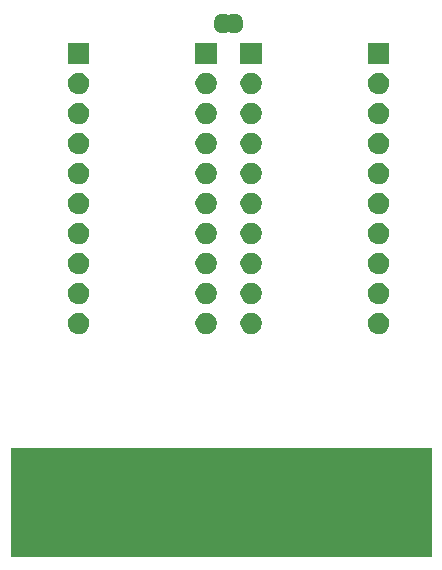
<source format=gbr>
G04 #@! TF.GenerationSoftware,KiCad,Pcbnew,(5.1.5)-3*
G04 #@! TF.CreationDate,2020-01-25T19:38:27+03:00*
G04 #@! TF.ProjectId,Sharp PC-1600 MemCard,53686172-7020-4504-932d-31363030204d,rev?*
G04 #@! TF.SameCoordinates,Original*
G04 #@! TF.FileFunction,Soldermask,Top*
G04 #@! TF.FilePolarity,Negative*
%FSLAX46Y46*%
G04 Gerber Fmt 4.6, Leading zero omitted, Abs format (unit mm)*
G04 Created by KiCad (PCBNEW (5.1.5)-3) date 2020-01-25 19:38:27*
%MOMM*%
%LPD*%
G04 APERTURE LIST*
%ADD10C,0.100000*%
G04 APERTURE END LIST*
D10*
G36*
X165100000Y-109220000D02*
G01*
X129540000Y-109220000D01*
X129540000Y-100076000D01*
X165100000Y-100076000D01*
X165100000Y-109220000D01*
G37*
X165100000Y-109220000D02*
X129540000Y-109220000D01*
X129540000Y-100076000D01*
X165100000Y-100076000D01*
X165100000Y-109220000D01*
G36*
X160768512Y-88638927D02*
G01*
X160917812Y-88668624D01*
X161081784Y-88736544D01*
X161229354Y-88835147D01*
X161354853Y-88960646D01*
X161453456Y-89108216D01*
X161521376Y-89272188D01*
X161556000Y-89446259D01*
X161556000Y-89623741D01*
X161521376Y-89797812D01*
X161453456Y-89961784D01*
X161354853Y-90109354D01*
X161229354Y-90234853D01*
X161081784Y-90333456D01*
X160917812Y-90401376D01*
X160768512Y-90431073D01*
X160743742Y-90436000D01*
X160566258Y-90436000D01*
X160541488Y-90431073D01*
X160392188Y-90401376D01*
X160228216Y-90333456D01*
X160080646Y-90234853D01*
X159955147Y-90109354D01*
X159856544Y-89961784D01*
X159788624Y-89797812D01*
X159754000Y-89623741D01*
X159754000Y-89446259D01*
X159788624Y-89272188D01*
X159856544Y-89108216D01*
X159955147Y-88960646D01*
X160080646Y-88835147D01*
X160228216Y-88736544D01*
X160392188Y-88668624D01*
X160541488Y-88638927D01*
X160566258Y-88634000D01*
X160743742Y-88634000D01*
X160768512Y-88638927D01*
G37*
G36*
X149973512Y-88638927D02*
G01*
X150122812Y-88668624D01*
X150286784Y-88736544D01*
X150434354Y-88835147D01*
X150559853Y-88960646D01*
X150658456Y-89108216D01*
X150726376Y-89272188D01*
X150761000Y-89446259D01*
X150761000Y-89623741D01*
X150726376Y-89797812D01*
X150658456Y-89961784D01*
X150559853Y-90109354D01*
X150434354Y-90234853D01*
X150286784Y-90333456D01*
X150122812Y-90401376D01*
X149973512Y-90431073D01*
X149948742Y-90436000D01*
X149771258Y-90436000D01*
X149746488Y-90431073D01*
X149597188Y-90401376D01*
X149433216Y-90333456D01*
X149285646Y-90234853D01*
X149160147Y-90109354D01*
X149061544Y-89961784D01*
X148993624Y-89797812D01*
X148959000Y-89623741D01*
X148959000Y-89446259D01*
X148993624Y-89272188D01*
X149061544Y-89108216D01*
X149160147Y-88960646D01*
X149285646Y-88835147D01*
X149433216Y-88736544D01*
X149597188Y-88668624D01*
X149746488Y-88638927D01*
X149771258Y-88634000D01*
X149948742Y-88634000D01*
X149973512Y-88638927D01*
G37*
G36*
X146163512Y-88638927D02*
G01*
X146312812Y-88668624D01*
X146476784Y-88736544D01*
X146624354Y-88835147D01*
X146749853Y-88960646D01*
X146848456Y-89108216D01*
X146916376Y-89272188D01*
X146951000Y-89446259D01*
X146951000Y-89623741D01*
X146916376Y-89797812D01*
X146848456Y-89961784D01*
X146749853Y-90109354D01*
X146624354Y-90234853D01*
X146476784Y-90333456D01*
X146312812Y-90401376D01*
X146163512Y-90431073D01*
X146138742Y-90436000D01*
X145961258Y-90436000D01*
X145936488Y-90431073D01*
X145787188Y-90401376D01*
X145623216Y-90333456D01*
X145475646Y-90234853D01*
X145350147Y-90109354D01*
X145251544Y-89961784D01*
X145183624Y-89797812D01*
X145149000Y-89623741D01*
X145149000Y-89446259D01*
X145183624Y-89272188D01*
X145251544Y-89108216D01*
X145350147Y-88960646D01*
X145475646Y-88835147D01*
X145623216Y-88736544D01*
X145787188Y-88668624D01*
X145936488Y-88638927D01*
X145961258Y-88634000D01*
X146138742Y-88634000D01*
X146163512Y-88638927D01*
G37*
G36*
X135368512Y-88638927D02*
G01*
X135517812Y-88668624D01*
X135681784Y-88736544D01*
X135829354Y-88835147D01*
X135954853Y-88960646D01*
X136053456Y-89108216D01*
X136121376Y-89272188D01*
X136156000Y-89446259D01*
X136156000Y-89623741D01*
X136121376Y-89797812D01*
X136053456Y-89961784D01*
X135954853Y-90109354D01*
X135829354Y-90234853D01*
X135681784Y-90333456D01*
X135517812Y-90401376D01*
X135368512Y-90431073D01*
X135343742Y-90436000D01*
X135166258Y-90436000D01*
X135141488Y-90431073D01*
X134992188Y-90401376D01*
X134828216Y-90333456D01*
X134680646Y-90234853D01*
X134555147Y-90109354D01*
X134456544Y-89961784D01*
X134388624Y-89797812D01*
X134354000Y-89623741D01*
X134354000Y-89446259D01*
X134388624Y-89272188D01*
X134456544Y-89108216D01*
X134555147Y-88960646D01*
X134680646Y-88835147D01*
X134828216Y-88736544D01*
X134992188Y-88668624D01*
X135141488Y-88638927D01*
X135166258Y-88634000D01*
X135343742Y-88634000D01*
X135368512Y-88638927D01*
G37*
G36*
X146163512Y-86098927D02*
G01*
X146312812Y-86128624D01*
X146476784Y-86196544D01*
X146624354Y-86295147D01*
X146749853Y-86420646D01*
X146848456Y-86568216D01*
X146916376Y-86732188D01*
X146951000Y-86906259D01*
X146951000Y-87083741D01*
X146916376Y-87257812D01*
X146848456Y-87421784D01*
X146749853Y-87569354D01*
X146624354Y-87694853D01*
X146476784Y-87793456D01*
X146312812Y-87861376D01*
X146163512Y-87891073D01*
X146138742Y-87896000D01*
X145961258Y-87896000D01*
X145936488Y-87891073D01*
X145787188Y-87861376D01*
X145623216Y-87793456D01*
X145475646Y-87694853D01*
X145350147Y-87569354D01*
X145251544Y-87421784D01*
X145183624Y-87257812D01*
X145149000Y-87083741D01*
X145149000Y-86906259D01*
X145183624Y-86732188D01*
X145251544Y-86568216D01*
X145350147Y-86420646D01*
X145475646Y-86295147D01*
X145623216Y-86196544D01*
X145787188Y-86128624D01*
X145936488Y-86098927D01*
X145961258Y-86094000D01*
X146138742Y-86094000D01*
X146163512Y-86098927D01*
G37*
G36*
X160768512Y-86098927D02*
G01*
X160917812Y-86128624D01*
X161081784Y-86196544D01*
X161229354Y-86295147D01*
X161354853Y-86420646D01*
X161453456Y-86568216D01*
X161521376Y-86732188D01*
X161556000Y-86906259D01*
X161556000Y-87083741D01*
X161521376Y-87257812D01*
X161453456Y-87421784D01*
X161354853Y-87569354D01*
X161229354Y-87694853D01*
X161081784Y-87793456D01*
X160917812Y-87861376D01*
X160768512Y-87891073D01*
X160743742Y-87896000D01*
X160566258Y-87896000D01*
X160541488Y-87891073D01*
X160392188Y-87861376D01*
X160228216Y-87793456D01*
X160080646Y-87694853D01*
X159955147Y-87569354D01*
X159856544Y-87421784D01*
X159788624Y-87257812D01*
X159754000Y-87083741D01*
X159754000Y-86906259D01*
X159788624Y-86732188D01*
X159856544Y-86568216D01*
X159955147Y-86420646D01*
X160080646Y-86295147D01*
X160228216Y-86196544D01*
X160392188Y-86128624D01*
X160541488Y-86098927D01*
X160566258Y-86094000D01*
X160743742Y-86094000D01*
X160768512Y-86098927D01*
G37*
G36*
X135368512Y-86098927D02*
G01*
X135517812Y-86128624D01*
X135681784Y-86196544D01*
X135829354Y-86295147D01*
X135954853Y-86420646D01*
X136053456Y-86568216D01*
X136121376Y-86732188D01*
X136156000Y-86906259D01*
X136156000Y-87083741D01*
X136121376Y-87257812D01*
X136053456Y-87421784D01*
X135954853Y-87569354D01*
X135829354Y-87694853D01*
X135681784Y-87793456D01*
X135517812Y-87861376D01*
X135368512Y-87891073D01*
X135343742Y-87896000D01*
X135166258Y-87896000D01*
X135141488Y-87891073D01*
X134992188Y-87861376D01*
X134828216Y-87793456D01*
X134680646Y-87694853D01*
X134555147Y-87569354D01*
X134456544Y-87421784D01*
X134388624Y-87257812D01*
X134354000Y-87083741D01*
X134354000Y-86906259D01*
X134388624Y-86732188D01*
X134456544Y-86568216D01*
X134555147Y-86420646D01*
X134680646Y-86295147D01*
X134828216Y-86196544D01*
X134992188Y-86128624D01*
X135141488Y-86098927D01*
X135166258Y-86094000D01*
X135343742Y-86094000D01*
X135368512Y-86098927D01*
G37*
G36*
X149973512Y-86098927D02*
G01*
X150122812Y-86128624D01*
X150286784Y-86196544D01*
X150434354Y-86295147D01*
X150559853Y-86420646D01*
X150658456Y-86568216D01*
X150726376Y-86732188D01*
X150761000Y-86906259D01*
X150761000Y-87083741D01*
X150726376Y-87257812D01*
X150658456Y-87421784D01*
X150559853Y-87569354D01*
X150434354Y-87694853D01*
X150286784Y-87793456D01*
X150122812Y-87861376D01*
X149973512Y-87891073D01*
X149948742Y-87896000D01*
X149771258Y-87896000D01*
X149746488Y-87891073D01*
X149597188Y-87861376D01*
X149433216Y-87793456D01*
X149285646Y-87694853D01*
X149160147Y-87569354D01*
X149061544Y-87421784D01*
X148993624Y-87257812D01*
X148959000Y-87083741D01*
X148959000Y-86906259D01*
X148993624Y-86732188D01*
X149061544Y-86568216D01*
X149160147Y-86420646D01*
X149285646Y-86295147D01*
X149433216Y-86196544D01*
X149597188Y-86128624D01*
X149746488Y-86098927D01*
X149771258Y-86094000D01*
X149948742Y-86094000D01*
X149973512Y-86098927D01*
G37*
G36*
X160768512Y-83558927D02*
G01*
X160917812Y-83588624D01*
X161081784Y-83656544D01*
X161229354Y-83755147D01*
X161354853Y-83880646D01*
X161453456Y-84028216D01*
X161521376Y-84192188D01*
X161556000Y-84366259D01*
X161556000Y-84543741D01*
X161521376Y-84717812D01*
X161453456Y-84881784D01*
X161354853Y-85029354D01*
X161229354Y-85154853D01*
X161081784Y-85253456D01*
X160917812Y-85321376D01*
X160768512Y-85351073D01*
X160743742Y-85356000D01*
X160566258Y-85356000D01*
X160541488Y-85351073D01*
X160392188Y-85321376D01*
X160228216Y-85253456D01*
X160080646Y-85154853D01*
X159955147Y-85029354D01*
X159856544Y-84881784D01*
X159788624Y-84717812D01*
X159754000Y-84543741D01*
X159754000Y-84366259D01*
X159788624Y-84192188D01*
X159856544Y-84028216D01*
X159955147Y-83880646D01*
X160080646Y-83755147D01*
X160228216Y-83656544D01*
X160392188Y-83588624D01*
X160541488Y-83558927D01*
X160566258Y-83554000D01*
X160743742Y-83554000D01*
X160768512Y-83558927D01*
G37*
G36*
X149973512Y-83558927D02*
G01*
X150122812Y-83588624D01*
X150286784Y-83656544D01*
X150434354Y-83755147D01*
X150559853Y-83880646D01*
X150658456Y-84028216D01*
X150726376Y-84192188D01*
X150761000Y-84366259D01*
X150761000Y-84543741D01*
X150726376Y-84717812D01*
X150658456Y-84881784D01*
X150559853Y-85029354D01*
X150434354Y-85154853D01*
X150286784Y-85253456D01*
X150122812Y-85321376D01*
X149973512Y-85351073D01*
X149948742Y-85356000D01*
X149771258Y-85356000D01*
X149746488Y-85351073D01*
X149597188Y-85321376D01*
X149433216Y-85253456D01*
X149285646Y-85154853D01*
X149160147Y-85029354D01*
X149061544Y-84881784D01*
X148993624Y-84717812D01*
X148959000Y-84543741D01*
X148959000Y-84366259D01*
X148993624Y-84192188D01*
X149061544Y-84028216D01*
X149160147Y-83880646D01*
X149285646Y-83755147D01*
X149433216Y-83656544D01*
X149597188Y-83588624D01*
X149746488Y-83558927D01*
X149771258Y-83554000D01*
X149948742Y-83554000D01*
X149973512Y-83558927D01*
G37*
G36*
X135368512Y-83558927D02*
G01*
X135517812Y-83588624D01*
X135681784Y-83656544D01*
X135829354Y-83755147D01*
X135954853Y-83880646D01*
X136053456Y-84028216D01*
X136121376Y-84192188D01*
X136156000Y-84366259D01*
X136156000Y-84543741D01*
X136121376Y-84717812D01*
X136053456Y-84881784D01*
X135954853Y-85029354D01*
X135829354Y-85154853D01*
X135681784Y-85253456D01*
X135517812Y-85321376D01*
X135368512Y-85351073D01*
X135343742Y-85356000D01*
X135166258Y-85356000D01*
X135141488Y-85351073D01*
X134992188Y-85321376D01*
X134828216Y-85253456D01*
X134680646Y-85154853D01*
X134555147Y-85029354D01*
X134456544Y-84881784D01*
X134388624Y-84717812D01*
X134354000Y-84543741D01*
X134354000Y-84366259D01*
X134388624Y-84192188D01*
X134456544Y-84028216D01*
X134555147Y-83880646D01*
X134680646Y-83755147D01*
X134828216Y-83656544D01*
X134992188Y-83588624D01*
X135141488Y-83558927D01*
X135166258Y-83554000D01*
X135343742Y-83554000D01*
X135368512Y-83558927D01*
G37*
G36*
X146163512Y-83558927D02*
G01*
X146312812Y-83588624D01*
X146476784Y-83656544D01*
X146624354Y-83755147D01*
X146749853Y-83880646D01*
X146848456Y-84028216D01*
X146916376Y-84192188D01*
X146951000Y-84366259D01*
X146951000Y-84543741D01*
X146916376Y-84717812D01*
X146848456Y-84881784D01*
X146749853Y-85029354D01*
X146624354Y-85154853D01*
X146476784Y-85253456D01*
X146312812Y-85321376D01*
X146163512Y-85351073D01*
X146138742Y-85356000D01*
X145961258Y-85356000D01*
X145936488Y-85351073D01*
X145787188Y-85321376D01*
X145623216Y-85253456D01*
X145475646Y-85154853D01*
X145350147Y-85029354D01*
X145251544Y-84881784D01*
X145183624Y-84717812D01*
X145149000Y-84543741D01*
X145149000Y-84366259D01*
X145183624Y-84192188D01*
X145251544Y-84028216D01*
X145350147Y-83880646D01*
X145475646Y-83755147D01*
X145623216Y-83656544D01*
X145787188Y-83588624D01*
X145936488Y-83558927D01*
X145961258Y-83554000D01*
X146138742Y-83554000D01*
X146163512Y-83558927D01*
G37*
G36*
X149973512Y-81018927D02*
G01*
X150122812Y-81048624D01*
X150286784Y-81116544D01*
X150434354Y-81215147D01*
X150559853Y-81340646D01*
X150658456Y-81488216D01*
X150726376Y-81652188D01*
X150761000Y-81826259D01*
X150761000Y-82003741D01*
X150726376Y-82177812D01*
X150658456Y-82341784D01*
X150559853Y-82489354D01*
X150434354Y-82614853D01*
X150286784Y-82713456D01*
X150122812Y-82781376D01*
X149973512Y-82811073D01*
X149948742Y-82816000D01*
X149771258Y-82816000D01*
X149746488Y-82811073D01*
X149597188Y-82781376D01*
X149433216Y-82713456D01*
X149285646Y-82614853D01*
X149160147Y-82489354D01*
X149061544Y-82341784D01*
X148993624Y-82177812D01*
X148959000Y-82003741D01*
X148959000Y-81826259D01*
X148993624Y-81652188D01*
X149061544Y-81488216D01*
X149160147Y-81340646D01*
X149285646Y-81215147D01*
X149433216Y-81116544D01*
X149597188Y-81048624D01*
X149746488Y-81018927D01*
X149771258Y-81014000D01*
X149948742Y-81014000D01*
X149973512Y-81018927D01*
G37*
G36*
X146163512Y-81018927D02*
G01*
X146312812Y-81048624D01*
X146476784Y-81116544D01*
X146624354Y-81215147D01*
X146749853Y-81340646D01*
X146848456Y-81488216D01*
X146916376Y-81652188D01*
X146951000Y-81826259D01*
X146951000Y-82003741D01*
X146916376Y-82177812D01*
X146848456Y-82341784D01*
X146749853Y-82489354D01*
X146624354Y-82614853D01*
X146476784Y-82713456D01*
X146312812Y-82781376D01*
X146163512Y-82811073D01*
X146138742Y-82816000D01*
X145961258Y-82816000D01*
X145936488Y-82811073D01*
X145787188Y-82781376D01*
X145623216Y-82713456D01*
X145475646Y-82614853D01*
X145350147Y-82489354D01*
X145251544Y-82341784D01*
X145183624Y-82177812D01*
X145149000Y-82003741D01*
X145149000Y-81826259D01*
X145183624Y-81652188D01*
X145251544Y-81488216D01*
X145350147Y-81340646D01*
X145475646Y-81215147D01*
X145623216Y-81116544D01*
X145787188Y-81048624D01*
X145936488Y-81018927D01*
X145961258Y-81014000D01*
X146138742Y-81014000D01*
X146163512Y-81018927D01*
G37*
G36*
X160768512Y-81018927D02*
G01*
X160917812Y-81048624D01*
X161081784Y-81116544D01*
X161229354Y-81215147D01*
X161354853Y-81340646D01*
X161453456Y-81488216D01*
X161521376Y-81652188D01*
X161556000Y-81826259D01*
X161556000Y-82003741D01*
X161521376Y-82177812D01*
X161453456Y-82341784D01*
X161354853Y-82489354D01*
X161229354Y-82614853D01*
X161081784Y-82713456D01*
X160917812Y-82781376D01*
X160768512Y-82811073D01*
X160743742Y-82816000D01*
X160566258Y-82816000D01*
X160541488Y-82811073D01*
X160392188Y-82781376D01*
X160228216Y-82713456D01*
X160080646Y-82614853D01*
X159955147Y-82489354D01*
X159856544Y-82341784D01*
X159788624Y-82177812D01*
X159754000Y-82003741D01*
X159754000Y-81826259D01*
X159788624Y-81652188D01*
X159856544Y-81488216D01*
X159955147Y-81340646D01*
X160080646Y-81215147D01*
X160228216Y-81116544D01*
X160392188Y-81048624D01*
X160541488Y-81018927D01*
X160566258Y-81014000D01*
X160743742Y-81014000D01*
X160768512Y-81018927D01*
G37*
G36*
X135368512Y-81018927D02*
G01*
X135517812Y-81048624D01*
X135681784Y-81116544D01*
X135829354Y-81215147D01*
X135954853Y-81340646D01*
X136053456Y-81488216D01*
X136121376Y-81652188D01*
X136156000Y-81826259D01*
X136156000Y-82003741D01*
X136121376Y-82177812D01*
X136053456Y-82341784D01*
X135954853Y-82489354D01*
X135829354Y-82614853D01*
X135681784Y-82713456D01*
X135517812Y-82781376D01*
X135368512Y-82811073D01*
X135343742Y-82816000D01*
X135166258Y-82816000D01*
X135141488Y-82811073D01*
X134992188Y-82781376D01*
X134828216Y-82713456D01*
X134680646Y-82614853D01*
X134555147Y-82489354D01*
X134456544Y-82341784D01*
X134388624Y-82177812D01*
X134354000Y-82003741D01*
X134354000Y-81826259D01*
X134388624Y-81652188D01*
X134456544Y-81488216D01*
X134555147Y-81340646D01*
X134680646Y-81215147D01*
X134828216Y-81116544D01*
X134992188Y-81048624D01*
X135141488Y-81018927D01*
X135166258Y-81014000D01*
X135343742Y-81014000D01*
X135368512Y-81018927D01*
G37*
G36*
X160768512Y-78478927D02*
G01*
X160917812Y-78508624D01*
X161081784Y-78576544D01*
X161229354Y-78675147D01*
X161354853Y-78800646D01*
X161453456Y-78948216D01*
X161521376Y-79112188D01*
X161556000Y-79286259D01*
X161556000Y-79463741D01*
X161521376Y-79637812D01*
X161453456Y-79801784D01*
X161354853Y-79949354D01*
X161229354Y-80074853D01*
X161081784Y-80173456D01*
X160917812Y-80241376D01*
X160768512Y-80271073D01*
X160743742Y-80276000D01*
X160566258Y-80276000D01*
X160541488Y-80271073D01*
X160392188Y-80241376D01*
X160228216Y-80173456D01*
X160080646Y-80074853D01*
X159955147Y-79949354D01*
X159856544Y-79801784D01*
X159788624Y-79637812D01*
X159754000Y-79463741D01*
X159754000Y-79286259D01*
X159788624Y-79112188D01*
X159856544Y-78948216D01*
X159955147Y-78800646D01*
X160080646Y-78675147D01*
X160228216Y-78576544D01*
X160392188Y-78508624D01*
X160541488Y-78478927D01*
X160566258Y-78474000D01*
X160743742Y-78474000D01*
X160768512Y-78478927D01*
G37*
G36*
X149973512Y-78478927D02*
G01*
X150122812Y-78508624D01*
X150286784Y-78576544D01*
X150434354Y-78675147D01*
X150559853Y-78800646D01*
X150658456Y-78948216D01*
X150726376Y-79112188D01*
X150761000Y-79286259D01*
X150761000Y-79463741D01*
X150726376Y-79637812D01*
X150658456Y-79801784D01*
X150559853Y-79949354D01*
X150434354Y-80074853D01*
X150286784Y-80173456D01*
X150122812Y-80241376D01*
X149973512Y-80271073D01*
X149948742Y-80276000D01*
X149771258Y-80276000D01*
X149746488Y-80271073D01*
X149597188Y-80241376D01*
X149433216Y-80173456D01*
X149285646Y-80074853D01*
X149160147Y-79949354D01*
X149061544Y-79801784D01*
X148993624Y-79637812D01*
X148959000Y-79463741D01*
X148959000Y-79286259D01*
X148993624Y-79112188D01*
X149061544Y-78948216D01*
X149160147Y-78800646D01*
X149285646Y-78675147D01*
X149433216Y-78576544D01*
X149597188Y-78508624D01*
X149746488Y-78478927D01*
X149771258Y-78474000D01*
X149948742Y-78474000D01*
X149973512Y-78478927D01*
G37*
G36*
X146163512Y-78478927D02*
G01*
X146312812Y-78508624D01*
X146476784Y-78576544D01*
X146624354Y-78675147D01*
X146749853Y-78800646D01*
X146848456Y-78948216D01*
X146916376Y-79112188D01*
X146951000Y-79286259D01*
X146951000Y-79463741D01*
X146916376Y-79637812D01*
X146848456Y-79801784D01*
X146749853Y-79949354D01*
X146624354Y-80074853D01*
X146476784Y-80173456D01*
X146312812Y-80241376D01*
X146163512Y-80271073D01*
X146138742Y-80276000D01*
X145961258Y-80276000D01*
X145936488Y-80271073D01*
X145787188Y-80241376D01*
X145623216Y-80173456D01*
X145475646Y-80074853D01*
X145350147Y-79949354D01*
X145251544Y-79801784D01*
X145183624Y-79637812D01*
X145149000Y-79463741D01*
X145149000Y-79286259D01*
X145183624Y-79112188D01*
X145251544Y-78948216D01*
X145350147Y-78800646D01*
X145475646Y-78675147D01*
X145623216Y-78576544D01*
X145787188Y-78508624D01*
X145936488Y-78478927D01*
X145961258Y-78474000D01*
X146138742Y-78474000D01*
X146163512Y-78478927D01*
G37*
G36*
X135368512Y-78478927D02*
G01*
X135517812Y-78508624D01*
X135681784Y-78576544D01*
X135829354Y-78675147D01*
X135954853Y-78800646D01*
X136053456Y-78948216D01*
X136121376Y-79112188D01*
X136156000Y-79286259D01*
X136156000Y-79463741D01*
X136121376Y-79637812D01*
X136053456Y-79801784D01*
X135954853Y-79949354D01*
X135829354Y-80074853D01*
X135681784Y-80173456D01*
X135517812Y-80241376D01*
X135368512Y-80271073D01*
X135343742Y-80276000D01*
X135166258Y-80276000D01*
X135141488Y-80271073D01*
X134992188Y-80241376D01*
X134828216Y-80173456D01*
X134680646Y-80074853D01*
X134555147Y-79949354D01*
X134456544Y-79801784D01*
X134388624Y-79637812D01*
X134354000Y-79463741D01*
X134354000Y-79286259D01*
X134388624Y-79112188D01*
X134456544Y-78948216D01*
X134555147Y-78800646D01*
X134680646Y-78675147D01*
X134828216Y-78576544D01*
X134992188Y-78508624D01*
X135141488Y-78478927D01*
X135166258Y-78474000D01*
X135343742Y-78474000D01*
X135368512Y-78478927D01*
G37*
G36*
X160768512Y-75938927D02*
G01*
X160917812Y-75968624D01*
X161081784Y-76036544D01*
X161229354Y-76135147D01*
X161354853Y-76260646D01*
X161453456Y-76408216D01*
X161521376Y-76572188D01*
X161556000Y-76746259D01*
X161556000Y-76923741D01*
X161521376Y-77097812D01*
X161453456Y-77261784D01*
X161354853Y-77409354D01*
X161229354Y-77534853D01*
X161081784Y-77633456D01*
X160917812Y-77701376D01*
X160768512Y-77731073D01*
X160743742Y-77736000D01*
X160566258Y-77736000D01*
X160541488Y-77731073D01*
X160392188Y-77701376D01*
X160228216Y-77633456D01*
X160080646Y-77534853D01*
X159955147Y-77409354D01*
X159856544Y-77261784D01*
X159788624Y-77097812D01*
X159754000Y-76923741D01*
X159754000Y-76746259D01*
X159788624Y-76572188D01*
X159856544Y-76408216D01*
X159955147Y-76260646D01*
X160080646Y-76135147D01*
X160228216Y-76036544D01*
X160392188Y-75968624D01*
X160541488Y-75938927D01*
X160566258Y-75934000D01*
X160743742Y-75934000D01*
X160768512Y-75938927D01*
G37*
G36*
X149973512Y-75938927D02*
G01*
X150122812Y-75968624D01*
X150286784Y-76036544D01*
X150434354Y-76135147D01*
X150559853Y-76260646D01*
X150658456Y-76408216D01*
X150726376Y-76572188D01*
X150761000Y-76746259D01*
X150761000Y-76923741D01*
X150726376Y-77097812D01*
X150658456Y-77261784D01*
X150559853Y-77409354D01*
X150434354Y-77534853D01*
X150286784Y-77633456D01*
X150122812Y-77701376D01*
X149973512Y-77731073D01*
X149948742Y-77736000D01*
X149771258Y-77736000D01*
X149746488Y-77731073D01*
X149597188Y-77701376D01*
X149433216Y-77633456D01*
X149285646Y-77534853D01*
X149160147Y-77409354D01*
X149061544Y-77261784D01*
X148993624Y-77097812D01*
X148959000Y-76923741D01*
X148959000Y-76746259D01*
X148993624Y-76572188D01*
X149061544Y-76408216D01*
X149160147Y-76260646D01*
X149285646Y-76135147D01*
X149433216Y-76036544D01*
X149597188Y-75968624D01*
X149746488Y-75938927D01*
X149771258Y-75934000D01*
X149948742Y-75934000D01*
X149973512Y-75938927D01*
G37*
G36*
X146163512Y-75938927D02*
G01*
X146312812Y-75968624D01*
X146476784Y-76036544D01*
X146624354Y-76135147D01*
X146749853Y-76260646D01*
X146848456Y-76408216D01*
X146916376Y-76572188D01*
X146951000Y-76746259D01*
X146951000Y-76923741D01*
X146916376Y-77097812D01*
X146848456Y-77261784D01*
X146749853Y-77409354D01*
X146624354Y-77534853D01*
X146476784Y-77633456D01*
X146312812Y-77701376D01*
X146163512Y-77731073D01*
X146138742Y-77736000D01*
X145961258Y-77736000D01*
X145936488Y-77731073D01*
X145787188Y-77701376D01*
X145623216Y-77633456D01*
X145475646Y-77534853D01*
X145350147Y-77409354D01*
X145251544Y-77261784D01*
X145183624Y-77097812D01*
X145149000Y-76923741D01*
X145149000Y-76746259D01*
X145183624Y-76572188D01*
X145251544Y-76408216D01*
X145350147Y-76260646D01*
X145475646Y-76135147D01*
X145623216Y-76036544D01*
X145787188Y-75968624D01*
X145936488Y-75938927D01*
X145961258Y-75934000D01*
X146138742Y-75934000D01*
X146163512Y-75938927D01*
G37*
G36*
X135368512Y-75938927D02*
G01*
X135517812Y-75968624D01*
X135681784Y-76036544D01*
X135829354Y-76135147D01*
X135954853Y-76260646D01*
X136053456Y-76408216D01*
X136121376Y-76572188D01*
X136156000Y-76746259D01*
X136156000Y-76923741D01*
X136121376Y-77097812D01*
X136053456Y-77261784D01*
X135954853Y-77409354D01*
X135829354Y-77534853D01*
X135681784Y-77633456D01*
X135517812Y-77701376D01*
X135368512Y-77731073D01*
X135343742Y-77736000D01*
X135166258Y-77736000D01*
X135141488Y-77731073D01*
X134992188Y-77701376D01*
X134828216Y-77633456D01*
X134680646Y-77534853D01*
X134555147Y-77409354D01*
X134456544Y-77261784D01*
X134388624Y-77097812D01*
X134354000Y-76923741D01*
X134354000Y-76746259D01*
X134388624Y-76572188D01*
X134456544Y-76408216D01*
X134555147Y-76260646D01*
X134680646Y-76135147D01*
X134828216Y-76036544D01*
X134992188Y-75968624D01*
X135141488Y-75938927D01*
X135166258Y-75934000D01*
X135343742Y-75934000D01*
X135368512Y-75938927D01*
G37*
G36*
X135368512Y-73398927D02*
G01*
X135517812Y-73428624D01*
X135681784Y-73496544D01*
X135829354Y-73595147D01*
X135954853Y-73720646D01*
X136053456Y-73868216D01*
X136121376Y-74032188D01*
X136156000Y-74206259D01*
X136156000Y-74383741D01*
X136121376Y-74557812D01*
X136053456Y-74721784D01*
X135954853Y-74869354D01*
X135829354Y-74994853D01*
X135681784Y-75093456D01*
X135517812Y-75161376D01*
X135368512Y-75191073D01*
X135343742Y-75196000D01*
X135166258Y-75196000D01*
X135141488Y-75191073D01*
X134992188Y-75161376D01*
X134828216Y-75093456D01*
X134680646Y-74994853D01*
X134555147Y-74869354D01*
X134456544Y-74721784D01*
X134388624Y-74557812D01*
X134354000Y-74383741D01*
X134354000Y-74206259D01*
X134388624Y-74032188D01*
X134456544Y-73868216D01*
X134555147Y-73720646D01*
X134680646Y-73595147D01*
X134828216Y-73496544D01*
X134992188Y-73428624D01*
X135141488Y-73398927D01*
X135166258Y-73394000D01*
X135343742Y-73394000D01*
X135368512Y-73398927D01*
G37*
G36*
X160768512Y-73398927D02*
G01*
X160917812Y-73428624D01*
X161081784Y-73496544D01*
X161229354Y-73595147D01*
X161354853Y-73720646D01*
X161453456Y-73868216D01*
X161521376Y-74032188D01*
X161556000Y-74206259D01*
X161556000Y-74383741D01*
X161521376Y-74557812D01*
X161453456Y-74721784D01*
X161354853Y-74869354D01*
X161229354Y-74994853D01*
X161081784Y-75093456D01*
X160917812Y-75161376D01*
X160768512Y-75191073D01*
X160743742Y-75196000D01*
X160566258Y-75196000D01*
X160541488Y-75191073D01*
X160392188Y-75161376D01*
X160228216Y-75093456D01*
X160080646Y-74994853D01*
X159955147Y-74869354D01*
X159856544Y-74721784D01*
X159788624Y-74557812D01*
X159754000Y-74383741D01*
X159754000Y-74206259D01*
X159788624Y-74032188D01*
X159856544Y-73868216D01*
X159955147Y-73720646D01*
X160080646Y-73595147D01*
X160228216Y-73496544D01*
X160392188Y-73428624D01*
X160541488Y-73398927D01*
X160566258Y-73394000D01*
X160743742Y-73394000D01*
X160768512Y-73398927D01*
G37*
G36*
X149973512Y-73398927D02*
G01*
X150122812Y-73428624D01*
X150286784Y-73496544D01*
X150434354Y-73595147D01*
X150559853Y-73720646D01*
X150658456Y-73868216D01*
X150726376Y-74032188D01*
X150761000Y-74206259D01*
X150761000Y-74383741D01*
X150726376Y-74557812D01*
X150658456Y-74721784D01*
X150559853Y-74869354D01*
X150434354Y-74994853D01*
X150286784Y-75093456D01*
X150122812Y-75161376D01*
X149973512Y-75191073D01*
X149948742Y-75196000D01*
X149771258Y-75196000D01*
X149746488Y-75191073D01*
X149597188Y-75161376D01*
X149433216Y-75093456D01*
X149285646Y-74994853D01*
X149160147Y-74869354D01*
X149061544Y-74721784D01*
X148993624Y-74557812D01*
X148959000Y-74383741D01*
X148959000Y-74206259D01*
X148993624Y-74032188D01*
X149061544Y-73868216D01*
X149160147Y-73720646D01*
X149285646Y-73595147D01*
X149433216Y-73496544D01*
X149597188Y-73428624D01*
X149746488Y-73398927D01*
X149771258Y-73394000D01*
X149948742Y-73394000D01*
X149973512Y-73398927D01*
G37*
G36*
X146163512Y-73398927D02*
G01*
X146312812Y-73428624D01*
X146476784Y-73496544D01*
X146624354Y-73595147D01*
X146749853Y-73720646D01*
X146848456Y-73868216D01*
X146916376Y-74032188D01*
X146951000Y-74206259D01*
X146951000Y-74383741D01*
X146916376Y-74557812D01*
X146848456Y-74721784D01*
X146749853Y-74869354D01*
X146624354Y-74994853D01*
X146476784Y-75093456D01*
X146312812Y-75161376D01*
X146163512Y-75191073D01*
X146138742Y-75196000D01*
X145961258Y-75196000D01*
X145936488Y-75191073D01*
X145787188Y-75161376D01*
X145623216Y-75093456D01*
X145475646Y-74994853D01*
X145350147Y-74869354D01*
X145251544Y-74721784D01*
X145183624Y-74557812D01*
X145149000Y-74383741D01*
X145149000Y-74206259D01*
X145183624Y-74032188D01*
X145251544Y-73868216D01*
X145350147Y-73720646D01*
X145475646Y-73595147D01*
X145623216Y-73496544D01*
X145787188Y-73428624D01*
X145936488Y-73398927D01*
X145961258Y-73394000D01*
X146138742Y-73394000D01*
X146163512Y-73398927D01*
G37*
G36*
X160768512Y-70858927D02*
G01*
X160917812Y-70888624D01*
X161081784Y-70956544D01*
X161229354Y-71055147D01*
X161354853Y-71180646D01*
X161453456Y-71328216D01*
X161521376Y-71492188D01*
X161556000Y-71666259D01*
X161556000Y-71843741D01*
X161521376Y-72017812D01*
X161453456Y-72181784D01*
X161354853Y-72329354D01*
X161229354Y-72454853D01*
X161081784Y-72553456D01*
X160917812Y-72621376D01*
X160768512Y-72651073D01*
X160743742Y-72656000D01*
X160566258Y-72656000D01*
X160541488Y-72651073D01*
X160392188Y-72621376D01*
X160228216Y-72553456D01*
X160080646Y-72454853D01*
X159955147Y-72329354D01*
X159856544Y-72181784D01*
X159788624Y-72017812D01*
X159754000Y-71843741D01*
X159754000Y-71666259D01*
X159788624Y-71492188D01*
X159856544Y-71328216D01*
X159955147Y-71180646D01*
X160080646Y-71055147D01*
X160228216Y-70956544D01*
X160392188Y-70888624D01*
X160541488Y-70858927D01*
X160566258Y-70854000D01*
X160743742Y-70854000D01*
X160768512Y-70858927D01*
G37*
G36*
X146163512Y-70858927D02*
G01*
X146312812Y-70888624D01*
X146476784Y-70956544D01*
X146624354Y-71055147D01*
X146749853Y-71180646D01*
X146848456Y-71328216D01*
X146916376Y-71492188D01*
X146951000Y-71666259D01*
X146951000Y-71843741D01*
X146916376Y-72017812D01*
X146848456Y-72181784D01*
X146749853Y-72329354D01*
X146624354Y-72454853D01*
X146476784Y-72553456D01*
X146312812Y-72621376D01*
X146163512Y-72651073D01*
X146138742Y-72656000D01*
X145961258Y-72656000D01*
X145936488Y-72651073D01*
X145787188Y-72621376D01*
X145623216Y-72553456D01*
X145475646Y-72454853D01*
X145350147Y-72329354D01*
X145251544Y-72181784D01*
X145183624Y-72017812D01*
X145149000Y-71843741D01*
X145149000Y-71666259D01*
X145183624Y-71492188D01*
X145251544Y-71328216D01*
X145350147Y-71180646D01*
X145475646Y-71055147D01*
X145623216Y-70956544D01*
X145787188Y-70888624D01*
X145936488Y-70858927D01*
X145961258Y-70854000D01*
X146138742Y-70854000D01*
X146163512Y-70858927D01*
G37*
G36*
X135368512Y-70858927D02*
G01*
X135517812Y-70888624D01*
X135681784Y-70956544D01*
X135829354Y-71055147D01*
X135954853Y-71180646D01*
X136053456Y-71328216D01*
X136121376Y-71492188D01*
X136156000Y-71666259D01*
X136156000Y-71843741D01*
X136121376Y-72017812D01*
X136053456Y-72181784D01*
X135954853Y-72329354D01*
X135829354Y-72454853D01*
X135681784Y-72553456D01*
X135517812Y-72621376D01*
X135368512Y-72651073D01*
X135343742Y-72656000D01*
X135166258Y-72656000D01*
X135141488Y-72651073D01*
X134992188Y-72621376D01*
X134828216Y-72553456D01*
X134680646Y-72454853D01*
X134555147Y-72329354D01*
X134456544Y-72181784D01*
X134388624Y-72017812D01*
X134354000Y-71843741D01*
X134354000Y-71666259D01*
X134388624Y-71492188D01*
X134456544Y-71328216D01*
X134555147Y-71180646D01*
X134680646Y-71055147D01*
X134828216Y-70956544D01*
X134992188Y-70888624D01*
X135141488Y-70858927D01*
X135166258Y-70854000D01*
X135343742Y-70854000D01*
X135368512Y-70858927D01*
G37*
G36*
X149973512Y-70858927D02*
G01*
X150122812Y-70888624D01*
X150286784Y-70956544D01*
X150434354Y-71055147D01*
X150559853Y-71180646D01*
X150658456Y-71328216D01*
X150726376Y-71492188D01*
X150761000Y-71666259D01*
X150761000Y-71843741D01*
X150726376Y-72017812D01*
X150658456Y-72181784D01*
X150559853Y-72329354D01*
X150434354Y-72454853D01*
X150286784Y-72553456D01*
X150122812Y-72621376D01*
X149973512Y-72651073D01*
X149948742Y-72656000D01*
X149771258Y-72656000D01*
X149746488Y-72651073D01*
X149597188Y-72621376D01*
X149433216Y-72553456D01*
X149285646Y-72454853D01*
X149160147Y-72329354D01*
X149061544Y-72181784D01*
X148993624Y-72017812D01*
X148959000Y-71843741D01*
X148959000Y-71666259D01*
X148993624Y-71492188D01*
X149061544Y-71328216D01*
X149160147Y-71180646D01*
X149285646Y-71055147D01*
X149433216Y-70956544D01*
X149597188Y-70888624D01*
X149746488Y-70858927D01*
X149771258Y-70854000D01*
X149948742Y-70854000D01*
X149973512Y-70858927D01*
G37*
G36*
X160768512Y-68318927D02*
G01*
X160917812Y-68348624D01*
X161081784Y-68416544D01*
X161229354Y-68515147D01*
X161354853Y-68640646D01*
X161453456Y-68788216D01*
X161521376Y-68952188D01*
X161556000Y-69126259D01*
X161556000Y-69303741D01*
X161521376Y-69477812D01*
X161453456Y-69641784D01*
X161354853Y-69789354D01*
X161229354Y-69914853D01*
X161081784Y-70013456D01*
X160917812Y-70081376D01*
X160768512Y-70111073D01*
X160743742Y-70116000D01*
X160566258Y-70116000D01*
X160541488Y-70111073D01*
X160392188Y-70081376D01*
X160228216Y-70013456D01*
X160080646Y-69914853D01*
X159955147Y-69789354D01*
X159856544Y-69641784D01*
X159788624Y-69477812D01*
X159754000Y-69303741D01*
X159754000Y-69126259D01*
X159788624Y-68952188D01*
X159856544Y-68788216D01*
X159955147Y-68640646D01*
X160080646Y-68515147D01*
X160228216Y-68416544D01*
X160392188Y-68348624D01*
X160541488Y-68318927D01*
X160566258Y-68314000D01*
X160743742Y-68314000D01*
X160768512Y-68318927D01*
G37*
G36*
X149973512Y-68318927D02*
G01*
X150122812Y-68348624D01*
X150286784Y-68416544D01*
X150434354Y-68515147D01*
X150559853Y-68640646D01*
X150658456Y-68788216D01*
X150726376Y-68952188D01*
X150761000Y-69126259D01*
X150761000Y-69303741D01*
X150726376Y-69477812D01*
X150658456Y-69641784D01*
X150559853Y-69789354D01*
X150434354Y-69914853D01*
X150286784Y-70013456D01*
X150122812Y-70081376D01*
X149973512Y-70111073D01*
X149948742Y-70116000D01*
X149771258Y-70116000D01*
X149746488Y-70111073D01*
X149597188Y-70081376D01*
X149433216Y-70013456D01*
X149285646Y-69914853D01*
X149160147Y-69789354D01*
X149061544Y-69641784D01*
X148993624Y-69477812D01*
X148959000Y-69303741D01*
X148959000Y-69126259D01*
X148993624Y-68952188D01*
X149061544Y-68788216D01*
X149160147Y-68640646D01*
X149285646Y-68515147D01*
X149433216Y-68416544D01*
X149597188Y-68348624D01*
X149746488Y-68318927D01*
X149771258Y-68314000D01*
X149948742Y-68314000D01*
X149973512Y-68318927D01*
G37*
G36*
X146163512Y-68318927D02*
G01*
X146312812Y-68348624D01*
X146476784Y-68416544D01*
X146624354Y-68515147D01*
X146749853Y-68640646D01*
X146848456Y-68788216D01*
X146916376Y-68952188D01*
X146951000Y-69126259D01*
X146951000Y-69303741D01*
X146916376Y-69477812D01*
X146848456Y-69641784D01*
X146749853Y-69789354D01*
X146624354Y-69914853D01*
X146476784Y-70013456D01*
X146312812Y-70081376D01*
X146163512Y-70111073D01*
X146138742Y-70116000D01*
X145961258Y-70116000D01*
X145936488Y-70111073D01*
X145787188Y-70081376D01*
X145623216Y-70013456D01*
X145475646Y-69914853D01*
X145350147Y-69789354D01*
X145251544Y-69641784D01*
X145183624Y-69477812D01*
X145149000Y-69303741D01*
X145149000Y-69126259D01*
X145183624Y-68952188D01*
X145251544Y-68788216D01*
X145350147Y-68640646D01*
X145475646Y-68515147D01*
X145623216Y-68416544D01*
X145787188Y-68348624D01*
X145936488Y-68318927D01*
X145961258Y-68314000D01*
X146138742Y-68314000D01*
X146163512Y-68318927D01*
G37*
G36*
X135368512Y-68318927D02*
G01*
X135517812Y-68348624D01*
X135681784Y-68416544D01*
X135829354Y-68515147D01*
X135954853Y-68640646D01*
X136053456Y-68788216D01*
X136121376Y-68952188D01*
X136156000Y-69126259D01*
X136156000Y-69303741D01*
X136121376Y-69477812D01*
X136053456Y-69641784D01*
X135954853Y-69789354D01*
X135829354Y-69914853D01*
X135681784Y-70013456D01*
X135517812Y-70081376D01*
X135368512Y-70111073D01*
X135343742Y-70116000D01*
X135166258Y-70116000D01*
X135141488Y-70111073D01*
X134992188Y-70081376D01*
X134828216Y-70013456D01*
X134680646Y-69914853D01*
X134555147Y-69789354D01*
X134456544Y-69641784D01*
X134388624Y-69477812D01*
X134354000Y-69303741D01*
X134354000Y-69126259D01*
X134388624Y-68952188D01*
X134456544Y-68788216D01*
X134555147Y-68640646D01*
X134680646Y-68515147D01*
X134828216Y-68416544D01*
X134992188Y-68348624D01*
X135141488Y-68318927D01*
X135166258Y-68314000D01*
X135343742Y-68314000D01*
X135368512Y-68318927D01*
G37*
G36*
X161556000Y-67576000D02*
G01*
X159754000Y-67576000D01*
X159754000Y-65774000D01*
X161556000Y-65774000D01*
X161556000Y-67576000D01*
G37*
G36*
X150761000Y-67576000D02*
G01*
X148959000Y-67576000D01*
X148959000Y-65774000D01*
X150761000Y-65774000D01*
X150761000Y-67576000D01*
G37*
G36*
X146951000Y-67576000D02*
G01*
X145149000Y-67576000D01*
X145149000Y-65774000D01*
X146951000Y-65774000D01*
X146951000Y-67576000D01*
G37*
G36*
X136156000Y-67576000D02*
G01*
X134354000Y-67576000D01*
X134354000Y-65774000D01*
X136156000Y-65774000D01*
X136156000Y-67576000D01*
G37*
G36*
X147799999Y-63334737D02*
G01*
X147809608Y-63337652D01*
X147818472Y-63342390D01*
X147826237Y-63348763D01*
X147836448Y-63361206D01*
X147843378Y-63371575D01*
X147860705Y-63388902D01*
X147881080Y-63402515D01*
X147903720Y-63411891D01*
X147927753Y-63416671D01*
X147952257Y-63416670D01*
X147976290Y-63411888D01*
X147998929Y-63402510D01*
X148019302Y-63388895D01*
X148036629Y-63371568D01*
X148043558Y-63361198D01*
X148053763Y-63348763D01*
X148061528Y-63342390D01*
X148070392Y-63337652D01*
X148080001Y-63334737D01*
X148096140Y-63333148D01*
X148583861Y-63333148D01*
X148602199Y-63334954D01*
X148614450Y-63335556D01*
X148632869Y-63335556D01*
X148655149Y-63337750D01*
X148739233Y-63354476D01*
X148760660Y-63360976D01*
X148839858Y-63393780D01*
X148845303Y-63396691D01*
X148845309Y-63396693D01*
X148854169Y-63401429D01*
X148854173Y-63401432D01*
X148859614Y-63404340D01*
X148930899Y-63451971D01*
X148948204Y-63466172D01*
X149008828Y-63526796D01*
X149023029Y-63544101D01*
X149070660Y-63615386D01*
X149073568Y-63620827D01*
X149073571Y-63620831D01*
X149078307Y-63629691D01*
X149078309Y-63629697D01*
X149081220Y-63635142D01*
X149114024Y-63714340D01*
X149120524Y-63735767D01*
X149137250Y-63819851D01*
X149139444Y-63842131D01*
X149139444Y-63860550D01*
X149140046Y-63872801D01*
X149141852Y-63891139D01*
X149141852Y-64378862D01*
X149140046Y-64397199D01*
X149139444Y-64409450D01*
X149139444Y-64427869D01*
X149137250Y-64450149D01*
X149120524Y-64534233D01*
X149114024Y-64555660D01*
X149081220Y-64634858D01*
X149078309Y-64640303D01*
X149078307Y-64640309D01*
X149073571Y-64649169D01*
X149073568Y-64649173D01*
X149070660Y-64654614D01*
X149023029Y-64725899D01*
X149008828Y-64743204D01*
X148948204Y-64803828D01*
X148930899Y-64818029D01*
X148859614Y-64865660D01*
X148854173Y-64868568D01*
X148854169Y-64868571D01*
X148845309Y-64873307D01*
X148845303Y-64873309D01*
X148839858Y-64876220D01*
X148760660Y-64909024D01*
X148739233Y-64915524D01*
X148655149Y-64932250D01*
X148632869Y-64934444D01*
X148614450Y-64934444D01*
X148602199Y-64935046D01*
X148583862Y-64936852D01*
X148096140Y-64936852D01*
X148080001Y-64935263D01*
X148070392Y-64932348D01*
X148061528Y-64927610D01*
X148053763Y-64921237D01*
X148043552Y-64908794D01*
X148036622Y-64898425D01*
X148019295Y-64881098D01*
X147998920Y-64867485D01*
X147976280Y-64858109D01*
X147952247Y-64853329D01*
X147927743Y-64853330D01*
X147903710Y-64858112D01*
X147881071Y-64867490D01*
X147860698Y-64881105D01*
X147843371Y-64898432D01*
X147836442Y-64908802D01*
X147826237Y-64921237D01*
X147818472Y-64927610D01*
X147809608Y-64932348D01*
X147799999Y-64935263D01*
X147783860Y-64936852D01*
X147296138Y-64936852D01*
X147277801Y-64935046D01*
X147265550Y-64934444D01*
X147247131Y-64934444D01*
X147224851Y-64932250D01*
X147140767Y-64915524D01*
X147119340Y-64909024D01*
X147040142Y-64876220D01*
X147034697Y-64873309D01*
X147034691Y-64873307D01*
X147025831Y-64868571D01*
X147025827Y-64868568D01*
X147020386Y-64865660D01*
X146949101Y-64818029D01*
X146931796Y-64803828D01*
X146871172Y-64743204D01*
X146856971Y-64725899D01*
X146809340Y-64654614D01*
X146806432Y-64649173D01*
X146806429Y-64649169D01*
X146801693Y-64640309D01*
X146801691Y-64640303D01*
X146798780Y-64634858D01*
X146765976Y-64555660D01*
X146759476Y-64534233D01*
X146742750Y-64450149D01*
X146740556Y-64427869D01*
X146740556Y-64409450D01*
X146739954Y-64397199D01*
X146738148Y-64378862D01*
X146738148Y-63891139D01*
X146739954Y-63872801D01*
X146740556Y-63860550D01*
X146740556Y-63842131D01*
X146742750Y-63819851D01*
X146759476Y-63735767D01*
X146765976Y-63714340D01*
X146798780Y-63635142D01*
X146801691Y-63629697D01*
X146801693Y-63629691D01*
X146806429Y-63620831D01*
X146806432Y-63620827D01*
X146809340Y-63615386D01*
X146856971Y-63544101D01*
X146871172Y-63526796D01*
X146931796Y-63466172D01*
X146949101Y-63451971D01*
X147020386Y-63404340D01*
X147025827Y-63401432D01*
X147025831Y-63401429D01*
X147034691Y-63396693D01*
X147034697Y-63396691D01*
X147040142Y-63393780D01*
X147119340Y-63360976D01*
X147140767Y-63354476D01*
X147224851Y-63337750D01*
X147247131Y-63335556D01*
X147265550Y-63335556D01*
X147277801Y-63334954D01*
X147296139Y-63333148D01*
X147783860Y-63333148D01*
X147799999Y-63334737D01*
G37*
M02*

</source>
